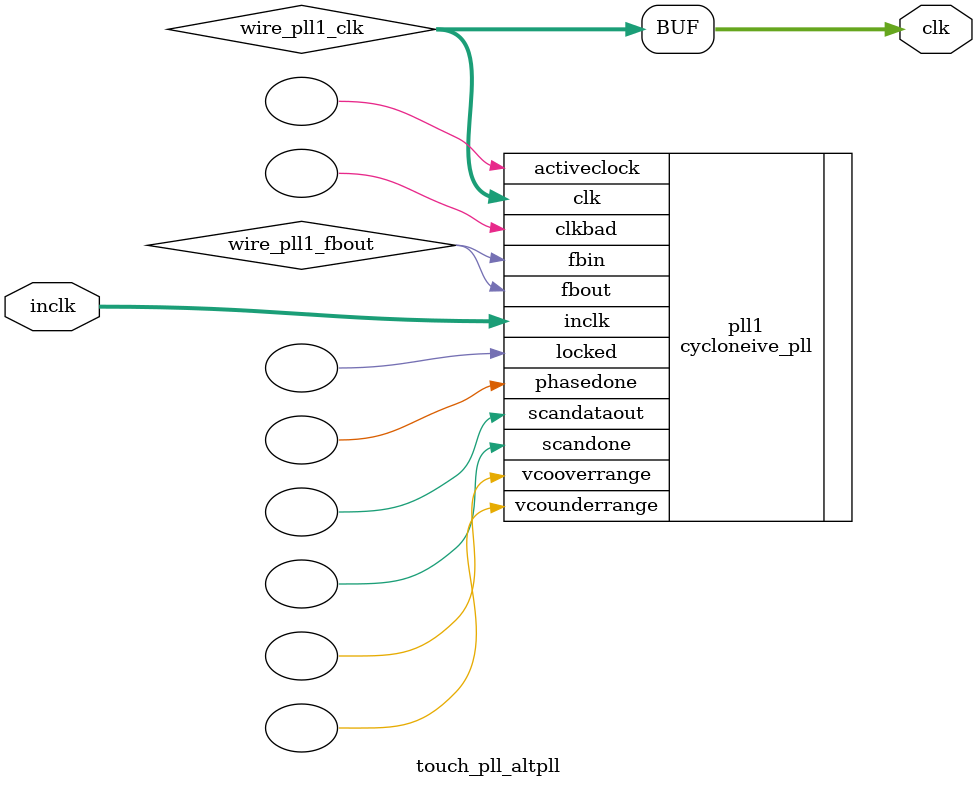
<source format=v>






//synthesis_resources = cycloneive_pll 1 
//synopsys translate_off
`timescale 1 ps / 1 ps
//synopsys translate_on
module  touch_pll_altpll
	( 
	clk,
	inclk) /* synthesis synthesis_clearbox=1 */;
	output   [4:0]  clk;
	input   [1:0]  inclk;
`ifndef ALTERA_RESERVED_QIS
// synopsys translate_off
`endif
	tri0   [1:0]  inclk;
`ifndef ALTERA_RESERVED_QIS
// synopsys translate_on
`endif

	wire  [4:0]   wire_pll1_clk;
	wire  wire_pll1_fbout;

	cycloneive_pll   pll1
	( 
	.activeclock(),
	.clk(wire_pll1_clk),
	.clkbad(),
	.fbin(wire_pll1_fbout),
	.fbout(wire_pll1_fbout),
	.inclk(inclk),
	.locked(),
	.phasedone(),
	.scandataout(),
	.scandone(),
	.vcooverrange(),
	.vcounderrange()
	`ifndef FORMAL_VERIFICATION
	// synopsys translate_off
	`endif
	,
	.areset(1'b0),
	.clkswitch(1'b0),
	.configupdate(1'b0),
	.pfdena(1'b1),
	.phasecounterselect({3{1'b0}}),
	.phasestep(1'b0),
	.phaseupdown(1'b0),
	.scanclk(1'b0),
	.scanclkena(1'b1),
	.scandata(1'b0)
	`ifndef FORMAL_VERIFICATION
	// synopsys translate_on
	`endif
	);
	defparam
		pll1.bandwidth_type = "auto",
		pll1.clk0_divide_by = 25000,
		pll1.clk0_duty_cycle = 50,
		pll1.clk0_multiply_by = 1,
		pll1.clk0_phase_shift = "0",
		pll1.compensate_clock = "clk0",
		pll1.inclk0_input_frequency = 20000,
		pll1.operation_mode = "normal",
		pll1.pll_type = "auto",
		pll1.lpm_type = "cycloneive_pll";
	assign
		clk = {wire_pll1_clk[4:0]};
endmodule //touch_pll_altpll
//VALID FILE

</source>
